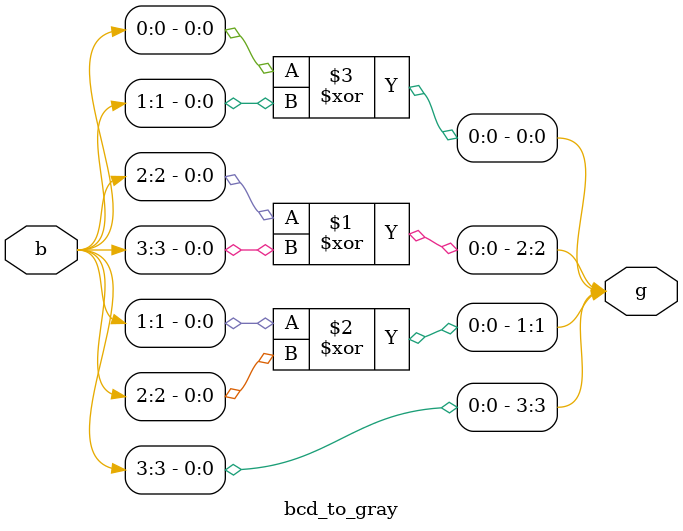
<source format=v>
`timescale 1ns / 1ps

module bcd_to_gray(b,g);
input [3:0] b; //b represented for binary code
output [3:0] g; //g represented for gray code

assign g[3] = b[3];
assign g[2] = b[2] ^ b[3];
assign g[1] = b[1] ^ b[2];
assign g[0] = b[0] ^ b[1];

endmodule

</source>
